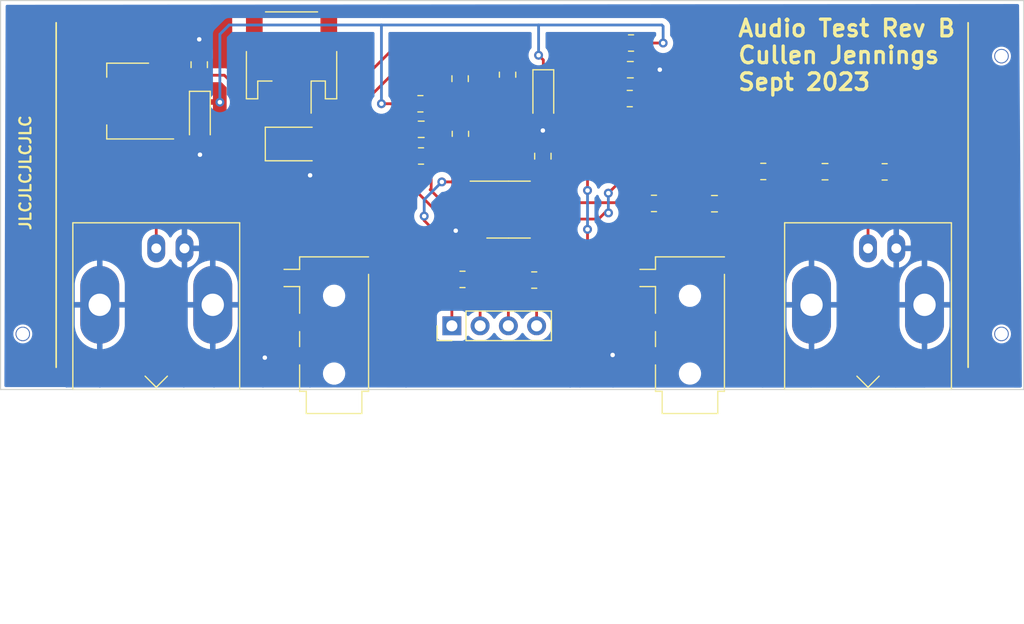
<source format=kicad_pcb>
(kicad_pcb (version 20221018) (generator pcbnew)
  (layers (0 "F.Cu" signal) (31 "B.Cu" signal) (34 "B.Paste" user) (35 "F.Paste" user) (36 "B.SilkS" user "B.Silkscreen") (37 "F.SilkS" user "F.Silkscreen") (38 "B.Mask" user) (39 "F.Mask" user) (44 "Edge.Cuts" user))
  (net 0 "")
  (net 1 "+3.3V")
  (net 2 "/Right")
  (net 3 "/Mic")
  (net 4 "/Left")
  (net 5 "Net-(C6-Pad1)")
  (net 6 "Net-(C7-Pad2)")
  (net 7 "Net-(J8-Pin_2)")
  (net 8 "Net-(C2-Pad1)")
  (net 9 "Net-(U1A-+)")
  (net 10 "Net-(J8-Pin_4)")
  (net 11 "Net-(J6-In)")
  (net 12 "Net-(J7-In)")
  (net 13 "Net-(U1B--)")
  (net 14 "Net-(J8-Pin_1)")
  (net 15 "Net-(J8-Pin_3)")
  (net 16 "GND")
  (net 17 "Net-(J3-Pin_2)")
  (footprint "Package_TO_SOT_SMD:SOT-223-3_TabPin2" (layer "F.Cu") (at 49.458445 124.045592 180)
    (fp_text reference "U2" hide)
    (fp_text value "AMS1117-3.3")
    (fp_line (start -4.1 -3.41) (end 1.91 -3.41) (stroke (width 0.12)) (layer "F.SilkS"))
    (fp_line (start -1.85 3.41) (end 1.91 3.41) (stroke (width 0.12)) (layer "F.SilkS"))
    (fp_line (start 1.91 -3.41) (end 1.91 -2.15) (stroke (width 0.12)) (layer "F.SilkS"))
    (fp_line (start 1.91 3.41) (end 1.91 2.15) (stroke (width 0.12)) (layer "F.SilkS"))
    (pad "1" smd rect (at -3.15 -2.3 180) (size 2 1.5) (layers "F.Cu" "F.Paste" "F.Mask") (net 16 "GND"))
    (pad "2" smd rect (at -3.15 0 180) (size 2 1.5) (layers "F.Cu" "F.Paste" "F.Mask") (net 1 "+3.3V"))
    (pad "2" smd rect (at 3.15 0 180) (size 2 3.8) (layers "F.Cu" "F.Paste" "F.Mask") (net 1 "+3.3V"))
    (pad "3" smd rect (at -3.15 2.3 180) (size 2 1.5) (layers "F.Cu" "F.Paste" "F.Mask") (net 17 "Net-(J3-Pin_2)"))
  )
  (footprint "FootprintLib:MountingHole_JLCPCB_Tool" (layer "F.Cu") (at 128 120)
    (fp_text reference "H1" hide)
    (fp_text value "JLCPCB-Tool-Hole" hide)
    (pad "" np_thru_hole circle (at 0 0) (size 1.3 1.3) (drill 1.128) (layers "F&B.Cu" "*.Mask") (clearance 0.2))
  )
  (footprint "FootprintLib:MountingHole_JLCPCB_Tool" (layer "F.Cu") (at 40 145)
    (fp_text reference "H2" hide)
    (fp_text value "JLCPCB-Tool-Hole" hide)
    (pad "" np_thru_hole circle (at 0 0) (size 1.3 1.3) (drill 1.128) (layers "F&B.Cu" "*.Mask") (clearance 0.2))
  )
  (footprint "Resistor_SMD:R_0805_2012Metric" (layer "F.Cu") (at 79.348243 126.994674 90)
    (fp_text reference "R3" hide)
    (fp_text value "1K")
    (fp_line (start -0.227064 -0.735) (end 0.227064 -0.735) (stroke (width 0.12)) (layer "F.SilkS"))
    (fp_line (start -0.227064 0.735) (end 0.227064 0.735) (stroke (width 0.12)) (layer "F.SilkS"))
    (pad "1" smd roundrect (at -0.9125 0 90) (size 1.025 1.4) (layers "F.Cu" "F.Paste" "F.Mask") (roundrect_rratio 0.243902439) (net 14 "Net-(J8-Pin_1)"))
    (pad "2" smd roundrect (at 0.9125 0 90) (size 1.025 1.4) (layers "F.Cu" "F.Paste" "F.Mask") (roundrect_rratio 0.243902439) (net 8 "Net-(C2-Pad1)"))
  )
  (footprint "Capacitor_SMD:C_0805_2012Metric" (layer "F.Cu") (at 75.823565 126.585927)
    (fp_text reference "C3" hide)
    (fp_text value "0.1uF")
    (fp_line (start -0.261252 -0.735) (end 0.261252 -0.735) (stroke (width 0.12)) (layer "F.SilkS"))
    (fp_line (start -0.261252 0.735) (end 0.261252 0.735) (stroke (width 0.12)) (layer "F.SilkS"))
    (pad "1" smd roundrect (at -0.95 0) (size 1 1.45) (layers "F.Cu" "F.Paste" "F.Mask") (net 16 "GND"))
    (pad "2" smd roundrect (at 0.95 0) (size 1 1.45) (layers "F.Cu" "F.Paste" "F.Mask") (net 9 "Net-(U1A-+)"))
  )
  (footprint "Resistor_SMD:R_0805_2012Metric" (layer "F.Cu") (at 79.537407 140.09276 180)
    (fp_text reference "R4" hide)
    (fp_text value "100k")
    (fp_line (start -0.227064 -0.735) (end 0.227064 -0.735) (stroke (width 0.12)) (layer "F.SilkS"))
    (fp_line (start -0.227064 0.735) (end 0.227064 0.735) (stroke (width 0.12)) (layer "F.SilkS"))
    (pad "1" smd roundrect (at -0.9125 0 180) (size 1.025 1.4) (layers "F.Cu" "F.Paste" "F.Mask") (roundrect_rratio 0.243902439) (net 7 "Net-(J8-Pin_2)"))
    (pad "2" smd roundrect (at 0.9125 0 180) (size 1.025 1.4) (layers "F.Cu" "F.Paste" "F.Mask") (roundrect_rratio 0.243902439) (net 14 "Net-(J8-Pin_1)"))
  )
  (footprint "Resistor_SMD:R_0805_2012Metric" (layer "F.Cu") (at 75.806956 128.987867)
    (fp_text reference "R2" hide)
    (fp_text value "47k")
    (fp_line (start -0.227064 -0.735) (end 0.227064 -0.735) (stroke (width 0.12)) (layer "F.SilkS"))
    (fp_line (start -0.227064 0.735) (end 0.227064 0.735) (stroke (width 0.12)) (layer "F.SilkS"))
    (pad "1" smd roundrect (at -0.9125 0) (size 1.025 1.4) (layers "F.Cu" "F.Paste" "F.Mask") (roundrect_rratio 0.243902439) (net 16 "GND"))
    (pad "2" smd roundrect (at 0.9125 0) (size 1.025 1.4) (layers "F.Cu" "F.Paste" "F.Mask") (roundrect_rratio 0.243902439) (net 9 "Net-(U1A-+)"))
  )
  (footprint "Resistor_SMD:R_0805_2012Metric" (layer "F.Cu") (at 106.581826 130.381657 180)
    (fp_text reference "R7" hide)
    (fp_text value "10K")
    (fp_line (start -0.227064 -0.735) (end 0.227064 -0.735) (stroke (width 0.12)) (layer "F.SilkS"))
    (fp_line (start -0.227064 0.735) (end 0.227064 0.735) (stroke (width 0.12)) (layer "F.SilkS"))
    (pad "1" smd roundrect (at -0.9125 0 180) (size 1.025 1.4) (layers "F.Cu" "F.Paste" "F.Mask") (roundrect_rratio 0.243902439) (net 6 "Net-(C7-Pad2)"))
    (pad "2" smd roundrect (at 0.9125 0 180) (size 1.025 1.4) (layers "F.Cu" "F.Paste" "F.Mask") (roundrect_rratio 0.243902439) (net 15 "Net-(J8-Pin_3)"))
  )
  (footprint "Capacitor_Tantalum_SMD:CP_EIA-3216-18_Kemet-A" (layer "F.Cu") (at 86.803768 123.537867 -90)
    (fp_text reference "C5" hide)
    (fp_text value "10uF")
    (fp_line (start -2.31 -0.935) (end -2.31 0.935) (stroke (width 0.12)) (layer "F.SilkS"))
    (fp_line (start -2.31 0.935) (end 1.6 0.935) (stroke (width 0.12)) (layer "F.SilkS"))
    (fp_line (start 1.6 -0.935) (end -2.31 -0.935) (stroke (width 0.12)) (layer "F.SilkS"))
    (pad "1" smd roundrect (at -1.35 0 270) (size 1.4 1.35) (layers "F.Cu" "F.Paste" "F.Mask") (roundrect_rratio 0.1851851852) (net 1 "+3.3V"))
    (pad "2" smd roundrect (at 1.35 0 270) (size 1.4 1.35) (layers "F.Cu" "F.Paste" "F.Mask") (roundrect_rratio 0.1851851852) (net 16 "GND"))
  )
  (footprint "Capacitor_Tantalum_SMD:CP_EIA-3216-18_Kemet-A" (layer "F.Cu") (at 55.921294 125.477687 -90)
    (fp_text reference "C10" hide)
    (fp_text value "10uF")
    (fp_line (start -2.31 -0.935) (end -2.31 0.935) (stroke (width 0.12)) (layer "F.SilkS"))
    (fp_line (start -2.31 0.935) (end 1.6 0.935) (stroke (width 0.12)) (layer "F.SilkS"))
    (fp_line (start 1.6 -0.935) (end -2.31 -0.935) (stroke (width 0.12)) (layer "F.SilkS"))
    (pad "1" smd roundrect (at -1.35 0 270) (size 1.4 1.35) (layers "F.Cu" "F.Paste" "F.Mask") (roundrect_rratio 0.1851851852) (net 1 "+3.3V"))
    (pad "2" smd roundrect (at 1.35 0 270) (size 1.4 1.35) (layers "F.Cu" "F.Paste" "F.Mask") (roundrect_rratio 0.1851851852) (net 16 "GND"))
  )
  (footprint "Package_SO:SOIC-8_3.9x4.9mm_P1.27mm" (layer "F.Cu") (at 83.67845 133.81172)
    (fp_text reference "U1" hide)
    (fp_text value "AD8397")
    (fp_line (start 0 -2.56) (end -3.45 -2.56) (stroke (width 0.12)) (layer "F.SilkS"))
    (fp_line (start 0 -2.56) (end 1.95 -2.56) (stroke (width 0.12)) (layer "F.SilkS"))
    (fp_line (start 0 2.56) (end -1.95 2.56) (stroke (width 0.12)) (layer "F.SilkS"))
    (fp_line (start 0 2.56) (end 1.95 2.56) (stroke (width 0.12)) (layer "F.SilkS"))
    (pad "1" smd roundrect (at -2.475 -1.905) (size 1.95 0.6) (layers "F.Cu" "F.Paste" "F.Mask") (net 7 "Net-(J8-Pin_2)"))
    (pad "2" smd roundrect (at -2.475 -0.635) (size 1.95 0.6) (layers "F.Cu" "F.Paste" "F.Mask") (net 14 "Net-(J8-Pin_1)"))
    (pad "3" smd roundrect (at -2.475 0.635) (size 1.95 0.6) (layers "F.Cu" "F.Paste" "F.Mask") (net 9 "Net-(U1A-+)"))
    (pad "4" smd roundrect (at -2.475 1.905) (size 1.95 0.6) (layers "F.Cu" "F.Paste" "F.Mask") (net 16 "GND"))
    (pad "5" smd roundrect (at 2.475 1.905) (size 1.95 0.6) (layers "F.Cu" "F.Paste" "F.Mask") (net 15 "Net-(J8-Pin_3)"))
    (pad "6" smd roundrect (at 2.475 0.635) (size 1.95 0.6) (layers "F.Cu" "F.Paste" "F.Mask") (net 13 "Net-(U1B--)"))
    (pad "7" smd roundrect (at 2.475 -0.635) (size 1.95 0.6) (layers "F.Cu" "F.Paste" "F.Mask") (net 13 "Net-(U1B--)"))
    (pad "8" smd roundrect (at 2.475 -1.905) (size 1.95 0.6) (layers "F.Cu" "F.Paste" "F.Mask") (net 1 "+3.3V"))
  )
  (footprint "Capacitor_Tantalum_SMD:CP_EIA-3528-21_Kemet-B" (layer "F.Cu") (at 64.266709 127.909116)
    (fp_text reference "C4" hide)
    (fp_text value "100uF")
    (fp_line (start -2.46 -1.51) (end -2.46 1.51) (stroke (width 0.12)) (layer "F.SilkS"))
    (fp_line (start -2.46 1.51) (end 1.75 1.51) (stroke (width 0.12)) (layer "F.SilkS"))
    (fp_line (start 1.75 -1.51) (end -2.46 -1.51) (stroke (width 0.12)) (layer "F.SilkS"))
    (pad "1" smd roundrect (at -1.5375 0) (size 1.325 2.35) (layers "F.Cu" "F.Paste" "F.Mask") (roundrect_rratio 0.1886792453) (net 17 "Net-(J3-Pin_2)"))
    (pad "2" smd roundrect (at 1.5375 0) (size 1.325 2.35) (layers "F.Cu" "F.Paste" "F.Mask") (roundrect_rratio 0.1886792453) (net 16 "GND"))
  )
  (footprint "Resistor_SMD:R_0805_2012Metric" (layer "F.Cu") (at 117.496617 130.41543)
    (fp_text reference "R6" hide)
    (fp_text value "560R")
    (fp_line (start -0.227064 -0.735) (end 0.227064 -0.735) (stroke (width 0.12)) (layer "F.SilkS"))
    (fp_line (start -0.227064 0.735) (end 0.227064 0.735) (stroke (width 0.12)) (layer "F.SilkS"))
    (pad "1" smd roundrect (at -0.9125 0) (size 1.025 1.4) (layers "F.Cu" "F.Paste" "F.Mask") (roundrect_rratio 0.243902439) (net 12 "Net-(J7-In)"))
    (pad "2" smd roundrect (at 0.9125 0) (size 1.025 1.4) (layers "F.Cu" "F.Paste" "F.Mask") (roundrect_rratio 0.243902439) (net 16 "GND"))
  )
  (footprint "Capacitor_SMD:C_0805_2012Metric" (layer "F.Cu") (at 94.628017 121.221191 180)
    (fp_text reference "C8" hide)
    (fp_text value "0.1uF")
    (fp_line (start -0.261252 -0.735) (end 0.261252 -0.735) (stroke (width 0.12)) (layer "F.SilkS"))
    (fp_line (start -0.261252 0.735) (end 0.261252 0.735) (stroke (width 0.12)) (layer "F.SilkS"))
    (pad "1" smd roundrect (at -0.95 0 180) (size 1 1.45) (layers "F.Cu" "F.Paste" "F.Mask") (net 16 "GND"))
    (pad "2" smd roundrect (at 0.95 0 180) (size 1 1.45) (layers "F.Cu" "F.Paste" "F.Mask") (net 10 "Net-(J8-Pin_4)"))
  )
  (footprint "Resistor_SMD:R_0805_2012Metric" (layer "F.Cu") (at 75.751362 124.287867 180)
    (fp_text reference "R1" hide)
    (fp_text value "47k")
    (fp_line (start -0.227064 -0.735) (end 0.227064 -0.735) (stroke (width 0.12)) (layer "F.SilkS"))
    (fp_line (start -0.227064 0.735) (end 0.227064 0.735) (stroke (width 0.12)) (layer "F.SilkS"))
    (pad "1" smd roundrect (at -0.9125 0 180) (size 1.025 1.4) (layers "F.Cu" "F.Paste" "F.Mask") (roundrect_rratio 0.243902439) (net 9 "Net-(U1A-+)"))
    (pad "2" smd roundrect (at 0.9125 0 180) (size 1.025 1.4) (layers "F.Cu" "F.Paste" "F.Mask") (roundrect_rratio 0.243902439) (net 1 "+3.3V"))
  )
  (footprint "Connector_PinHeader_2.54mm:PinHeader_1x04_P2.54mm_Vertical" (layer "F.Cu") (at 78.580646 144.271207 90)
    (fp_text reference "J8" hide)
    (fp_text value "Conn_01x04_Pin" hide)
    (fp_line (start -1.33 -1.33) (end 0 -1.33) (stroke (width 0.12)) (layer "F.SilkS"))
    (fp_line (start -1.33 0) (end -1.33 -1.33) (stroke (width 0.12)) (layer "F.SilkS"))
    (fp_line (start -1.33 1.27) (end -1.33 8.95) (stroke (width 0.12)) (layer "F.SilkS"))
    (fp_line (start -1.33 1.27) (end 1.33 1.27) (stroke (width 0.12)) (layer "F.SilkS"))
    (fp_line (start -1.33 8.95) (end 1.33 8.95) (stroke (width 0.12)) (layer "F.SilkS"))
    (fp_line (start 1.33 1.27) (end 1.33 8.95) (stroke (width 0.12)) (layer "F.SilkS"))
    (pad "1" thru_hole rect (at 0 0 90) (size 1.7 1.7) (drill 1) (layers "*.Cu" "*.Mask") (net 14 "Net-(J8-Pin_1)"))
    (pad "2" thru_hole oval (at 0 2.54 90) (size 1.7 1.7) (drill 1) (layers "*.Cu" "*.Mask") (net 7 "Net-(J8-Pin_2)"))
    (pad "3" thru_hole oval (at 0 5.08 90) (size 1.7 1.7) (drill 1) (layers "*.Cu" "*.Mask") (net 15 "Net-(J8-Pin_3)"))
    (pad "4" thru_hole oval (at 0 7.62 90) (size 1.7 1.7) (drill 1) (layers "*.Cu" "*.Mask") (net 10 "Net-(J8-Pin_4)"))
  )
  (footprint "Capacitor_SMD:C_0805_2012Metric" (layer "F.Cu") (at 79.322678 122.029115 90)
    (fp_text reference "C2" hide)
    (fp_text value "10uF")
    (fp_line (start -0.261252 -0.735) (end 0.261252 -0.735) (stroke (width 0.12)) (layer "F.SilkS"))
    (fp_line (start -0.261252 0.735) (end 0.261252 0.735) (stroke (width 0.12)) (layer "F.SilkS"))
    (pad "1" smd roundrect (at -0.95 0 90) (size 1 1.45) (layers "F.Cu" "F.Paste" "F.Mask") (net 8 "Net-(C2-Pad1)"))
    (pad "2" smd roundrect (at 0.95 0 90) (size 1 1.45) (layers "F.Cu" "F.Paste" "F.Mask") (net 4 "/Left"))
  )
  (footprint "FootprintLib:Jack_3.5mm_PJ320D_Horizontal-CJ" (layer "F.Cu") (at 68 143 90)
    (fp_text reference "J1" hide)
    (fp_text value "PJ-320D")
    (fp_line (start -9.165 -2.51) (end -9.165 2.49) (stroke (width 0.12)) (layer "F.SilkS"))
    (fp_line (start -7.165 -3.11) (end -7.165 -2.51) (stroke (width 0.12)) (layer "F.SilkS"))
    (fp_line (start -7.165 -3.11) (end -4.79 -3.11) (stroke (width 0.12)) (layer "F.SilkS"))
    (fp_line (start -7.165 -2.51) (end -9.165 -2.51) (stroke (width 0.12)) (layer "F.SilkS"))
    (fp_line (start -7.165 2.49) (end -9.165 2.49) (stroke (width 0.12)) (layer "F.SilkS"))
    (fp_line (start -7.165 2.49) (end -7.165 3.09) (stroke (width 0.12)) (layer "F.SilkS"))
    (fp_line (start -3.14 -3.11) (end -1.79 -3.11) (stroke (width 0.12)) (layer "F.SilkS"))
    (fp_line (start -0.14 -3.11) (end 2.26 -3.11) (stroke (width 0.12)) (layer "F.SilkS"))
    (fp_line (start 2.26 -3.11) (end 2.26 -4.51) (stroke (width 0.12)) (layer "F.SilkS"))
    (fp_line (start 3.36 3.09) (end -7.165 3.09) (stroke (width 0.12)) (layer "F.SilkS"))
    (fp_line (start 3.81 -3.11) (end 3.81 -4.51) (stroke (width 0.12)) (layer "F.SilkS"))
    (fp_line (start 3.81 -3.11) (end 4.935 -3.11) (stroke (width 0.12)) (layer "F.SilkS"))
    (fp_line (start 4.935 3.09) (end 4.935 -3.11) (stroke (width 0.12)) (layer "F.SilkS"))
    (pad "" np_thru_hole circle (at -5.565 -0.01 90) (size 1.5 1.5) (drill 1.5) (layers "*.Cu" "*.Mask"))
    (pad "" np_thru_hole circle (at 1.435 -0.01 90) (size 1.5 1.5) (drill 1.5) (layers "*.Cu" "*.Mask"))
    (pad "R1" smd rect (at -0.965 -3.26 90) (size 1.2 2.5) (layers "F.Cu" "F.Paste" "F.Mask") (net 2 "/Right"))
    (pad "R2" smd rect (at -3.965 -3.26 90) (size 1.2 2.5) (layers "F.Cu" "F.Paste" "F.Mask") (net 16 "GND"))
    (pad "S" smd rect (at 4.135 3.24 90) (size 1.2 2.5) (layers "F.Cu" "F.Paste" "F.Mask") (net 3 "/Mic"))
    (pad "T" smd rect (at 3.035 -3.26 90) (size 1.2 2.5) (layers "F.Cu" "F.Paste" "F.Mask") (net 4 "/Left"))
  )
  (footprint "Resistor_SMD:R_0805_2012Metric" (layer "F.Cu") (at 83.589361 121.671928 -90)
    (fp_text reference "R5" hide)
    (fp_text value "560R")
    (fp_line (start -0.227064 -0.735) (end 0.227064 -0.735) (stroke (width 0.12)) (layer "F.SilkS"))
    (fp_line (start -0.227064 0.735) (end 0.227064 0.735) (stroke (width 0.12)) (layer "F.SilkS"))
    (pad "1" smd roundrect (at -0.9125 0 270) (size 1.025 1.4) (layers "F.Cu" "F.Paste" "F.Mask") (roundrect_rratio 0.243902439) (net 11 "Net-(J6-In)"))
    (pad "2" smd roundrect (at 0.9125 0 270) (size 1.025 1.4) (layers "F.Cu" "F.Paste" "F.Mask") (roundrect_rratio 0.243902439) (net 7 "Net-(J8-Pin_2)"))
  )
  (footprint "FootprintLib:BNC_Amphenol_B6252HB-NPP3G-50_Horizontal-CJ" (layer "F.Cu") (at 52 139.8 180)
    (fp_text reference "J6" hide)
    (fp_text value "KH-BNC50-3511")
    (fp_line (start -7.5 -10.2) (end 7.5 -10.2) (stroke (width 0.12)) (layer "F.SilkS"))
    (fp_line (start -7.5 4.8) (end -7.5 -10.2) (stroke (width 0.12)) (layer "F.SilkS"))
    (fp_line (start 0 -10) (end -1 -9) (stroke (width 0.12)) (layer "F.SilkS"))
    (fp_line (start 0 -10) (end 1 -9) (stroke (width 0.12)) (layer "F.SilkS"))
    (fp_line (start 7.5 -10.2) (end 7.5 4.8) (stroke (width 0.12)) (layer "F.SilkS"))
    (fp_line (start 7.5 4.8) (end -7.5 4.8) (stroke (width 0.12)) (layer "F.SilkS"))
    (pad "1" thru_hole oval (at 0 2.5 180) (size 1.6 2.5) (drill 0.89) (layers "*.Cu" "*.Mask") (net 11 "Net-(J6-In)"))
    (pad "2" thru_hole oval (at -5.08 -2.58 180) (size 3.5 7) (drill 2.01) (layers "*.Cu" "*.Mask") (net 16 "GND"))
    (pad "2" thru_hole oval (at -2.54 2.5 180) (size 1.6 2.5) (drill 0.89) (layers "*.Cu" "*.Mask") (net 16 "GND"))
    (pad "2" thru_hole oval (at 5.08 -2.58 180) (size 3.5 7) (drill 2.01) (layers "*.Cu" "*.Mask") (net 16 "GND"))
  )
  (footprint "Resistor_SMD:R_0805_2012Metric" (layer "F.Cu") (at 94.690517 118.821191)
    (fp_text reference "R8" hide)
    (fp_text value "47k")
    (fp_line (start -0.227064 -0.735) (end 0.227064 -0.735) (stroke (width 0.12)) (layer "F.SilkS"))
    (fp_line (start -0.227064 0.735) (end 0.227064 0.735) (stroke (width 0.12)) (layer "F.SilkS"))
    (pad "1" smd roundrect (at -0.9125 0) (size 1.025 1.4) (layers "F.Cu" "F.Paste" "F.Mask") (roundrect_rratio 0.243902439) (net 10 "Net-(J8-Pin_4)"))
    (pad "2" smd roundrect (at 0.9125 0) (size 1.025 1.4) (layers "F.Cu" "F.Paste" "F.Mask") (roundrect_rratio 0.243902439) (net 1 "+3.3V"))
  )
  (footprint "FootprintLib:Jack_3.5mm_PJ320D_Horizontal-CJ" (layer "F.Cu") (at 100 143 90)
    (fp_text reference "J2" hide)
    (fp_text value "PJ-320D")
    (fp_line (start -9.165 -2.51) (end -9.165 2.49) (stroke (width 0.12)) (layer "F.SilkS"))
    (fp_line (start -7.165 -3.11) (end -7.165 -2.51) (stroke (width 0.12)) (layer "F.SilkS"))
    (fp_line (start -7.165 -3.11) (end -4.79 -3.11) (stroke (width 0.12)) (layer "F.SilkS"))
    (fp_line (start -7.165 -2.51) (end -9.165 -2.51) (stroke (width 0.12)) (layer "F.SilkS"))
    (fp_line (start -7.165 2.49) (end -9.165 2.49) (stroke (width 0.12)) (layer "F.SilkS"))
    (fp_line (start -7.165 2.49) (end -7.165 3.09) (stroke (width 0.12)) (layer "F.SilkS"))
    (fp_line (start -3.14 -3.11) (end -1.79 -3.11) (stroke (width 0.12)) (layer "F.SilkS"))
    (fp_line (start -0.14 -3.11) (end 2.26 -3.11) (stroke (width 0.12)) (layer "F.SilkS"))
    (fp_line (start 2.26 -3.11) (end 2.26 -4.51) (stroke (width 0.12)) (layer "F.SilkS"))
    (fp_line (start 3.36 3.09) (end -7.165 3.09) (stroke (width 0.12)) (layer "F.SilkS"))
    (fp_line (start 3.81 -3.11) (end 3.81 -4.51) (stroke (width 0.12)) (layer "F.SilkS"))
    (fp_line (start 3.81 -3.11) (end 4.935 -3.11) (stroke (width 0.12)) (layer "F.SilkS"))
    (fp_line (start 4.935 3.09) (end 4.935 -3.11) (stroke (width 0.12)) (layer "F.SilkS"))
    (pad "" np_thru_hole circle (at -5.565 -0.01 90) (size 1.5 1.5) (drill 1.5) (layers "*.Cu" "*.Mask"))
    (pad "" np_thru_hole circle (at 1.435 -0.01 90) (size 1.5 1.5) (drill 1.5) (layers "*.Cu" "*.Mask"))
    (pad "R1" smd rect (at -0.965 -3.26 90) (size 1.2 2.5) (layers "F.Cu" "F.Paste" "F.Mask") (net 2 "/Right"))
    (pad "R2" smd rect (at -3.965 -3.26 90) (size 1.2 2.5) (layers "F.Cu" "F.Paste" "F.Mask") (net 16 "GND"))
    (pad "S" smd rect (at 4.135 3.24 90) (size 1.2 2.5) (layers "F.Cu" "F.Paste" "F.Mask") (net 3 "/Mic"))
    (pad "T" smd rect (at 3.035 -3.26 90) (size 1.2 2.5) (layers "F.Cu" "F.Paste" "F.Mask") (net 4 "/Left"))
  )
  (footprint "Capacitor_SMD:C_0805_2012Metric" (layer "F.Cu") (at 102.192822 133.279952)
    (fp_text reference "C6" hide)
    (fp_text value "10uF")
    (fp_line (start -0.261252 -0.735) (end 0.261252 -0.735) (stroke (width 0.12)) (layer "F.SilkS"))
    (fp_line (start -0.261252 0.735) (end 0.261252 0.735) (stroke (width 0.12)) (layer "F.SilkS"))
    (pad "1" smd roundrect (at -0.95 0) (size 1 1.45) (layers "F.Cu" "F.Paste" "F.Mask") (net 5 "Net-(C6-Pad1)"))
    (pad "2" smd roundrect (at 0.95 0) (size 1 1.45) (layers "F.Cu" "F.Paste" "F.Mask") (net 3 "/Mic"))
  )
  (footprint "Resistor_SMD:R_0805_2012Metric" (layer "F.Cu") (at 85.984721 140.151918)
    (fp_text reference "R12" hide)
    (fp_text value "10R")
    (fp_line (start -0.227064 -0.735) (end 0.227064 -0.735) (stroke (width 0.12)) (layer "F.SilkS"))
    (fp_line (start -0.227064 0.735) (end 0.227064 0.735) (stroke (width 0.12)) (layer "F.SilkS"))
    (pad "1" smd roundrect (at -0.9125 0) (size 1.025 1.4) (layers "F.Cu" "F.Paste" "F.Mask") (roundrect_rratio 0.243902439) (net 15 "Net-(J8-Pin_3)"))
    (pad "2" smd roundrect (at 0.9125 0) (size 1.025 1.4) (layers "F.Cu" "F.Paste" "F.Mask") (roundrect_rratio 0.243902439) (net 10 "Net-(J8-Pin_4)"))
  )
  (footprint "Capacitor_SMD:C_0805_2012Metric" (layer "F.Cu") (at 86.762177 129.004777 -90)
    (fp_text reference "C1" hide)
    (fp_text value "0.1uF")
    (fp_line (start -0.261252 -0.735) (end 0.261252 -0.735) (stroke (width 0.12)) (layer "F.SilkS"))
    (fp_line (start -0.261252 0.735) (end 0.261252 0.735) (stroke (width 0.12)) (layer "F.SilkS"))
    (pad "1" smd roundrect (at -0.95 0 270) (size 1 1.45) (layers "F.Cu" "F.Paste" "F.Mask") (net 16 "GND"))
    (pad "2" smd roundrect (at 0.95 0 270) (size 1 1.45) (layers "F.Cu" "F.Paste" "F.Mask") (net 1 "+3.3V"))
  )
  (footprint "Resistor_SMD:R_0805_2012Metric" (layer "F.Cu") (at 94.578017 123.821191 180)
    (fp_text reference "R11" hide)
    (fp_text value "47k")
    (fp_line (start -0.227064 -0.735) (end 0.227064 -0.735) (stroke (width 0.12)) (layer "F.SilkS"))
    (fp_line (start -0.227064 0.735) (end 0.227064 0.735) (stroke (width 0.12)) (layer "F.SilkS"))
    (pad "1" smd roundrect (at -0.9125 0 180) (size 1.025 1.4) (layers "F.Cu" "F.Paste" "F.Mask") (roundrect_rratio 0.243902439) (net 16 "GND"))
    (pad "2" smd roundrect (at 0.9125 0 180) (size 1.025 1.4) (layers "F.Cu" "F.Paste" "F.Mask") (roundrect_rratio 0.243902439) (net 10 "Net-(J8-Pin_4)"))
  )
  (footprint "Capacitor_SMD:C_0805_2012Metric" (layer "F.Cu") (at 55.864412 120.771066 -90)
    (fp_text reference "C9" hide)
    (fp_text value "0.1uF")
    (fp_line (start -0.261252 -0.735) (end 0.261252 -0.735) (stroke (width 0.12)) (layer "F.SilkS"))
    (fp_line (start -0.261252 0.735) (end 0.261252 0.735) (stroke (width 0.12)) (layer "F.SilkS"))
    (pad "1" smd roundrect (at -0.95 0 270) (size 1 1.45) (layers "F.Cu" "F.Paste" "F.Mask") (net 16 "GND"))
    (pad "2" smd roundrect (at 0.95 0 270) (size 1 1.45) (layers "F.Cu" "F.Paste" "F.Mask") (net 17 "Net-(J3-Pin_2)"))
  )
  (footprint "Resistor_SMD:R_0805_2012Metric" (layer "F.Cu") (at 96.753511 133.257116 180)
    (fp_text reference "R9" hide)
    (fp_text value "560R")
    (fp_line (start -0.227064 -0.735) (end 0.227064 -0.735) (stroke (width 0.12)) (layer "F.SilkS"))
    (fp_line (start -0.227064 0.735) (end 0.227064 0.735) (stroke (width 0.12)) (layer "F.SilkS"))
    (pad "1" smd roundrect (at -0.9125 0 180) (size 1.025 1.4) (layers "F.Cu" "F.Paste" "F.Mask") (roundrect_rratio 0.243902439) (net 5 "Net-(C6-Pad1)"))
    (pad "2" smd roundrect (at 0.9125 0 180) (size 1.025 1.4) (layers "F.Cu" "F.Paste" "F.Mask") (roundrect_rratio 0.243902439) (net 13 "Net-(U1B--)"))
  )
  (footprint "Capacitor_SMD:C_0805_2012Metric" (layer "F.Cu") (at 112.134205 130.400032 180)
    (fp_text reference "C7" hide)
    (fp_text value "10uF")
    (fp_line (start -0.261252 -0.735) (end 0.261252 -0.735) (stroke (width 0.12)) (layer "F.SilkS"))
    (fp_line (start -0.261252 0.735) (end 0.261252 0.735) (stroke (width 0.12)) (layer "F.SilkS"))
    (pad "1" smd roundrect (at -0.95 0 180) (size 1 1.45) (layers "F.Cu" "F.Paste" "F.Mask") (net 12 "Net-(J7-In)"))
    (pad "2" smd roundrect (at 0.95 0 180) (size 1 1.45) (layers "F.Cu" "F.Paste" "F.Mask") (net 6 "Net-(C7-Pad2)"))
  )
  (footprint "Connector_JST:JST_PH_S2B-PH-SM4-TB_1x02-1MP_P2.00mm_Horizontal" (layer "F.Cu") (at 64.165806 120.531338 180)
    (fp_text reference "J3" hide)
    (fp_text value "JST_PH_1x02")
    (fp_line (start -4.06 -3.31) (end -3.04 -3.31) (stroke (width 0.12)) (layer "F.SilkS"))
    (fp_line (start -4.06 0.94) (end -4.06 -3.31) (stroke (width 0.12)) (layer "F.SilkS"))
    (fp_line (start -3.04 -3.31) (end -3.04 -1.71) (stroke (width 0.12)) (layer "F.SilkS"))
    (fp_line (start -3.04 -1.71) (end -1.76 -1.71) (stroke (width 0.12)) (layer "F.SilkS"))
    (fp_line (start -2.34 4.51) (end 2.34 4.51) (stroke (width 0.12)) (layer "F.SilkS"))
    (fp_line (start -1.76 -1.71) (end -1.76 -4.6) (stroke (width 0.12)) (layer "F.SilkS"))
    (fp_line (start 3.04 -3.31) (end 3.04 -1.71) (stroke (width 0.12)) (layer "F.SilkS"))
    (fp_line (start 3.04 -1.71) (end 1.76 -1.71) (stroke (width 0.12)) (layer "F.SilkS"))
    (fp_line (start 4.06 -3.31) (end 3.04 -3.31) (stroke (width 0.12)) (layer "F.SilkS"))
    (fp_line (start 4.06 0.94) (end 4.06 -3.31) (stroke (width 0.12)) (layer "F.SilkS"))
    (pad "1" smd roundrect (at -1 -2.85 180) (size 1 3.5) (layers "F.Cu" "F.Paste" "F.Mask") (net 16 "GND"))
    (pad "2" smd roundrect (at 1 -2.85 180) (size 1 3.5) (layers "F.Cu" "F.Paste" "F.Mask") (net 17 "Net-(J3-Pin_2)"))
    (pad "MP" smd roundrect (at -3.35 2.9 180) (size 1.5 3.4) (layers "F.Cu" "F.Paste" "F.Mask") (roundrect_rratio 0.1666673333))
    (pad "MP" smd roundrect (at 3.35 2.9 180) (size 1.5 3.4) (layers "F.Cu" "F.Paste" "F.Mask") (roundrect_rratio 0.1666673333))
  )
  (footprint "FootprintLib:BNC_Amphenol_B6252HB-NPP3G-50_Horizontal-CJ" (layer "F.Cu") (at 116 139.8 180)
    (fp_text reference "J7" hide)
    (fp_text value "KH-BNC50-3511")
    (fp_line (start -7.5 -10.2) (end 7.5 -10.2) (stroke (width 0.12)) (layer "F.SilkS"))
    (fp_line (start -7.5 4.8) (end -7.5 -10.2) (stroke (width 0.12)) (layer "F.SilkS"))
    (fp_line (start 0 -10) (end -1 -9) (stroke (width 0.12)) (layer "F.SilkS"))
    (fp_line (start 0 -10) (end 1 -9) (stroke (width 0.12)) (layer "F.SilkS"))
    (fp_line (start 7.5 -10.2) (end 7.5 4.8) (stroke (width 0.12)) (layer "F.SilkS"))
    (fp_line (start 7.5 4.8) (end -7.5 4.8) (stroke (width 0.12)) (layer "F.SilkS"))
    (pad "1" thru_hole oval (at 0 2.5 180) (size 1.6 2.5) (drill 0.89) (layers "*.Cu" "*.Mask") (net 12 "Net-(J7-In)"))
    (pad "2" thru_hole oval (at -5.08 -2.58 180) (size 3.5 7) (drill 2.01) (layers "*.Cu" "*.Mask") (net 16 "GND"))
    (pad "2" thru_hole oval (at -2.54 2.5 180) (size 1.6 2.5) (drill 0.89) (layers "*.Cu" "*.Mask") (net 16 "GND"))
    (pad "2" thru_hole oval (at 5.08 -2.58 180) (size 3.5 7) (drill 2.01) (layers "*.Cu" "*.Mask") (net 16 "GND"))
  )
  (footprint "FootprintLib:MountingHole_JLCPCB_Tool" (layer "F.Cu") (at 128 145)
    (fp_text reference "H3" hide)
    (fp_text value "JLCPCB-Tool-Hole" hide)
    (pad "" np_thru_hole circle (at 0 0) (size 1.3 1.3) (drill 1.128) (layers "F&B.Cu" "*.Mask") (clearance 0.2))
  )
  (gr_line (start 43 148) (end 43 117) (stroke (width 0.15)) (layer "F.SilkS"))
  (gr_line (start 125 148) (end 125 117) (stroke (width 0.15)) (layer "F.SilkS"))
  (gr_line (start 38 150) (end 130 150) (stroke (width 0.1)) (layer "Edge.Cuts"))
  (gr_line (start 130 115) (end 38 115) (stroke (width 0.1)) (layer "Edge.Cuts"))
  (gr_line (start 38 115) (end 38 150) (stroke (width 0.1)) (layer "Edge.Cuts"))
  (gr_line (start 130 115) (end 130 150) (stroke (width 0.1)) (layer "Edge.Cuts"))
  (gr_text "Audio Test Rev B\nCullen Jennings \nSept 2023 " (at 104.170436 123.203931) (layer "F.SilkS") (effects (font (size 1.5 1.5) (thickness 0.3) bold) (justify left bottom)))
  (gr_text "JLCJLCJLCJLC" (at 40.819181 135.771595 90) (layer "F.SilkS") (effects (font (size 1 1) (thickness 0.2) bold) (justify left bottom)))
  (segment (start 46.308445 124.045592) (end 52.608445 124.045592) (width 0.25) (layer "F.Cu") (net 1))
  (segment (start 86.803768 122.187867) (end 86.803768 120.346942) (width 0.25) (layer "F.Cu") (net 1))
  (segment (start 95.603017 118.821191) (end 97.578017 118.821191) (width 0.25) (layer "F.Cu") (net 1))
  (segment (start 86.75172 129.790234) (end 86.762177 129.779777) (width 0.25) (layer "F.Cu") (net 1))
  (segment (start 85.314345 129.789435) (end 85.314345 122.187867) (width 0.25) (layer "F.Cu") (net 1))
  (segment (start 57.701557 124.127687) (end 57.720699 124.146829) (width 0.25) (layer "F.Cu") (net 1))
  (segment (start 86.15345 131.90672) (end 86.189823 131.870347) (width 0.25) (layer "F.Cu") (net 1))
  (segment (start 74.838862 124.287867) (end 73.111341 124.287867) (width 0.25) (layer "F.Cu") (net 1))
  (segment (start 72.248457 124.283975) (end 73.107449 124.283975) (width 0.25) (layer "F.Cu") (net 1))
  (segment (start 85.324003 129.779777) (end 85.314345 129.789435) (width 0.25) (layer "F.Cu") (net 1))
  (segment (start 86.762177 129.779777) (end 85.324003 129.779777) (width 0.25) (layer "F.Cu") (net 1))
  (segment (start 86.75172 130.844999) (end 86.75172 129.790234) (width 0.25) (layer "F.Cu") (net 1))
  (segment (start 86.189823 131.870347) (end 86.189823 131.11626) (width 0.25) (layer "F.Cu") (net 1))
  (segment (start 55.839199 124.045592) (end 55.921294 124.127687) (width 0.25) (layer "F.Cu") (net 1))
  (segment (start 86.803768 120.346942) (end 86.378017 119.921191) (width 0.25) (layer "F.Cu") (net 1))
  (segment (start 55.921294 124.127687) (end 57.701557 124.127687) (width 0.25) (layer "F.Cu") (net 1))
  (segment (start 86.189823 131.11626) (end 86.461084 130.844999) (width 0.25) (layer "F.Cu") (net 1))
  (segment (start 86.461084 130.844999) (end 86.75172 130.844999) (width 0.25) (layer "F.Cu") (net 1))
  (segment (start 86.803768 122.187867) (end 85.314345 122.187867) (width 0.25) (layer "F.Cu") (net 1))
  (segment (start 52.608445 124.045592) (end 55.839199 124.045592) (width 0.25) (layer "F.Cu") (net 1))
  (segment (start 73.107449 124.283975) (end 73.111341 124.287867) (width 0.25) (layer "F.Cu") (net 1))
  (via (at 57.720699 124.146829) (size 0.8) (drill 0.4) (layers "F.Cu" "B.Cu") (net 1))
  (via (at 72.248457 124.283975) (size 0.8) (drill 0.4) (layers "F.Cu" "B.Cu") (net 1))
  (via (at 86.378017 119.921191) (size 0.8) (drill 0.4) (layers "F.Cu" "B.Cu") (net 1))
  (via (at 97.578017 118.821191) (size 0.8) (drill 0.4) (layers "F.Cu" "B.Cu") (net 1))
  (segment (start 72.248457 124.283975) (end 72.248457 117.199961) (width 0.25) (layer "B.Cu") (net 1))
  (segment (start 58.553656 117.199563) (end 72.248059 117.199563) (width 0.25) (layer "B.Cu") (net 1))
  (segment (start 72.248457 117.199961) (end 72.248059 117.199563) (width 0.25) (layer "B.Cu") (net 1))
  (segment (start 86.378017 119.921191) (end 86.378017 117.203573) (width 0.25) (layer "B.Cu") (net 1))
  (segment (start 86.382027 117.199563) (end 72.248059 117.199563) (width 0.25) (layer "B.Cu") (net 1))
  (segment (start 57.720699 124.146829) (end 57.720699 118.03252) (width 0.25) (layer "B.Cu") (net 1))
  (segment (start 97.578017 117.322052) (end 97.455528 117.199563) (width 0.25) (layer "B.Cu") (net 1))
  (segment (start 97.578017 118.821191) (end 97.578017 117.322052) (width 0.25) (layer "B.Cu") (net 1))
  (segment (start 86.378017 117.203573) (end 86.382027 117.199563) (width 0.25) (layer "B.Cu") (net 1))
  (segment (start 57.720699 118.03252) (end 58.553656 117.199563) (width 0.25) (layer "B.Cu") (net 1))
  (segment (start 97.455528 117.199563) (end 86.382027 117.199563) (width 0.25) (layer "B.Cu") (net 1))
  (segment (start 94.588191 143.965) (end 89.657571 148.89562) (width 0.25) (layer "F.Cu") (net 2))
  (segment (start 96.74 143.965) (end 94.588191 143.965) (width 0.25) (layer "F.Cu") (net 2))
  (segment (start 71.352908 143.965) (end 64.74 143.965) (width 0.25) (layer "F.Cu") (net 2))
  (segment (start 76.283528 148.89562) (end 71.352908 143.965) (width 0.25) (layer "F.Cu") (net 2))
  (segment (start 89.657571 148.89562) (end 76.283528 148.89562) (width 0.25) (layer "F.Cu") (net 2))
  (segment (start 89.248544 146.903202) (end 92.684549 143.467197) (width 0.25) (layer "F.Cu") (net 3))
  (segment (start 95.259562 136.586571) (end 103.227281 136.586571) (width 0.25) (layer "F.Cu") (net 3))
  (segment (start 92.684549 143.467197) (end 92.684549 139.161584) (width 0.25) (layer "F.Cu") (net 3))
  (segment (start 103.24 138.865) (end 103.24 136.573852) (width 0.25) (layer "F.Cu") (net 3))
  (segment (start 92.684549 139.161584) (end 95.259562 136.586571) (width 0.25) (layer "F.Cu") (net 3))
  (segment (start 103.24 133.37713) (end 103.142822 133.279952) (width 0.25) (layer "F.Cu") (net 3))
  (segment (start 71.24 141.554877) (end 76.588325 146.903202) (width 0.25) (layer "F.Cu") (net 3))
  (segment (start 103.227281 136.586571) (end 103.24 136.573852) (width 0.25) (layer "F.Cu") (net 3))
  (segment (start 71.24 138.865) (end 71.24 141.554877) (width 0.25) (layer "F.Cu") (net 3))
  (segment (start 76.588325 146.903202) (end 89.248544 146.903202) (width 0.25) (layer "F.Cu") (net 3))
  (segment (start 103.24 136.573852) (end 103.24 133.37713) (width 0.25) (layer "F.Cu") (net 3))
  (segment (start 64.74 136.022356) (end 64.750302 136.012054) (width 0.25) (layer "F.Cu") (net 4))
  (segment (start 89.313511 147.987863) (end 94.144019 143.157355) (width 0.25) (layer "F.Cu") (net 4))
  (segment (start 94.144019 143.157355) (end 94.144019 139.977276) (width 0.25) (layer "F.Cu") (net 4))
  (segment (start 70.970523 123.879127) (end 70.970523 129.791833) (width 0.25) (layer "F.Cu") (net 4))
  (segment (start 64.74 139.965) (end 68.592203 139.965) (width 0.25) (layer "F.Cu") (net 4))
  (segment (start 68.592203 139.965) (end 76.615066 147.987863) (width 0.25) (layer "F.Cu") (net 4))
  (segment (start 94.156295 139.965) (end 96.74 139.965) (width 0.25) (layer "F.Cu") (net 4))
  (segment (start 64.74 139.965) (end 64.74 136.022356) (width 0.25) (layer "F.Cu") (net 4))
  (segment (start 79.322678 121.079115) (end 73.770535 121.079115) (width 0.25) (layer "F.Cu") (net 4))
  (segment (start 94.144019 139.977276) (end 94.156295 139.965) (width 0.25) (layer "F.Cu") (net 4))
  (segment (start 73.770535 121.079115) (end 70.970523 123.879127) (width 0.25) (layer "F.Cu") (net 4))
  (segment (start 70.970523 129.791833) (end 64.750302 136.012054) (width 0.25) (layer "F.Cu") (net 4))
  (segment (start 76.615066 147.987863) (end 89.313511 147.987863) (width 0.25) (layer "F.Cu") (net 4))
  (segment (start 101.219986 133.257116) (end 101.242822 133.279952) (width 0.25) (layer "F.Cu") (net 5))
  (segment (start 97.666011 133.257116) (end 101.219986 133.257116) (width 0.25) (layer "F.Cu") (net 5))
  (segment (start 111.16583 130.381657) (end 111.184205 130.400032) (width 0.25) (layer "F.Cu") (net 6))
  (segment (start 107.494326 130.381657) (end 111.16583 130.381657) (width 0.25) (layer "F.Cu") (net 6))
  (segment (start 82.19434 137.804868) (end 81.205728 137.804868) (width 0.25) (layer "F.Cu") (net 7))
  (segment (start 81.120646 142.437777) (end 81.120646 144.271207) (width 0.25) (layer "F.Cu") (net 7))
  (segment (start 80.449907 140.09276) (end 80.449907 138.560689) (width 0.25) (layer "F.Cu") (net 7))
  (segment (start 83.078017 136.921191) (end 82.19434 137.804868) (width 0.25) (layer "F.Cu") (net 7))
  (segment (start 81.299218 128.946191) (end 84.320424 128.946191) (width 0.25) (layer "F.Cu") (net 7))
  (segment (start 80.449907 141.767038) (end 81.120646 142.437777) (width 0.25) (layer "F.Cu") (net 7))
  (segment (start 80.449907 140.09276) (end 80.449907 141.767038) (width 0.25) (layer "F.Cu") (net 7))
  (segment (start 84.320424 128.946191) (end 84.320913 128.94668) (width 0.25) (layer "F.Cu") (net 7))
  (segment (start 83.078017 136.921191) (end 83.078017 131.921191) (width 0.25) (layer "F.Cu") (net 7))
  (segment (start 84.320913 128.94668) (end 84.320913 125.253976) (width 0.25) (layer "F.Cu") (net 7))
  (segment (start 81.20345 131.90672) (end 81.20345 129.041959) (width 0.25) (layer "F.Cu") (net 7))
  (segment (start 81.217921 131.921191) (end 81.20345 131.90672) (width 0.25) (layer "F.Cu") (net 7))
  (segment (start 83.078017 131.921191) (end 81.217921 131.921191) (width 0.25) (layer "F.Cu") (net 7))
  (segment (start 80.449907 138.560689) (end 81.205728 137.804868) (width 0.25) (layer "F.Cu") (net 7))
  (segment (start 83.589361 122.584428) (end 83.585922 122.587867) (width 0.25) (layer "F.Cu") (net 7))
  (segment (start 84.320913 125.253976) (end 83.558926 124.491989) (width 0.25) (layer "F.Cu") (net 7))
  (segment (start 83.558926 122.614863) (end 83.589361 122.584428) (width 0.25) (layer "F.Cu") (net 7))
  (segment (start 83.558926 124.491989) (end 83.558926 122.614863) (width 0.25) (layer "F.Cu") (net 7))
  (segment (start 81.20345 129.041959) (end 81.299218 128.946191) (width 0.25) (layer "F.Cu") (net 7))
  (segment (start 79.348243 126.082174) (end 79.348243 123.52968) (width 0.25) (layer "F.Cu") (net 8))
  (segment (start 79.348243 123.52968) (end 79.322678 123.504115) (width 0.25) (layer "F.Cu") (net 8))
  (segment (start 76.773565 124.39757) (end 76.663862 124.287867) (width 0.25) (layer "F.Cu") (net 9))
  (segment (start 76.773565 126.585927) (end 76.773565 124.39757) (width 0.25) (layer "F.Cu") (net 9))
  (segment (start 81.13279 134.51738) (end 81.20345 134.44672) (width 0.25) (layer "F.Cu") (net 9))
  (segment (start 79.131352 134.51738) (end 81.13279 134.51738) (width 0.25) (layer "F.Cu") (net 9))
  (segment (start 76.719456 131.930484) (end 76.631956 132.017984) (width 0.25) (layer "F.Cu") (net 9))
  (segment (start 76.719456 128.987867) (end 76.719456 126.640036) (width 0.25) (layer "F.Cu") (net 9))
  (segment (start 76.719456 128.987867) (end 76.719456 131.930484) (width 0.25) (layer "F.Cu") (net 9))
  (segment (start 76.631956 132.017984) (end 79.131352 134.51738) (width 0.25) (layer "F.Cu") (net 9))
  (segment (start 90.778017 137.321191) (end 87.94729 140.151918) (width 0.25) (layer "F.Cu") (net 10))
  (segment (start 86.897221 140.151918) (end 86.897221 141.524238) (width 0.25) (layer "F.Cu") (net 10))
  (segment (start 91.913043 123.821191) (end 90.778017 124.956217) (width 0.25) (layer "F.Cu") (net 10))
  (segment (start 90.778017 135.590512) (end 90.778017 137.321191) (width 0.25) (layer "F.Cu") (net 10))
  (segment (start 93.665517 123.821191) (end 93.665517 121.233691) (width 0.25) (layer "F.Cu") (net 10))
  (segment (start 93.665517 123.821191) (end 91.913043 123.821191) (width 0.25) (layer "F.Cu") (net 10))
  (segment (start 93.678017 118.921191) (end 93.778017 118.821191) (width 0.25) (layer "F.Cu") (net 10))
  (segment (start 87.94729 140.151918) (end 86.897221 140.151918) (width 0.25) (layer "F.Cu") (net 10))
  (segment (start 93.665517 121.233691) (end 93.678017 121.221191) (width 0.25) (layer "F.Cu") (net 10))
  (segment (start 86.897221 141.524238) (end 86.114825 142.306634) (width 0.25) (layer "F.Cu") (net 10))
  (segment (start 86.114825 142.306634) (end 86.200646 142.392455) (width 0.25) (layer "F.Cu") (net 10))
  (segment (start 93.678017 121.221191) (end 93.678017 118.921191) (width 0.25) (layer "F.Cu") (net 10))
  (segment (start 86.200646 142.392455) (end 86.200646 144.271207) (width 0.25) (layer "F.Cu") (net 10))
  (segment (start 90.778017 124.956217) (end 90.778017 132.086322) (width 0.25) (layer "F.Cu") (net 10))
  (via (at 90.778017 132.086322) (size 0.8) (drill 0.4) (layers "F.Cu" "B.Cu") (net 10))
  (via (at 90.778017 135.590512) (size 0.8) (drill 0.4) (layers "F.Cu" "B.Cu") (net 10))
  (segment (start 90.778017 135.590512) (end 90.778017 132.086322) (width 0.25) (layer "B.Cu") (net 10))
  (segment (start 52 134.884443) (end 54.077299 132.807144) (width 0.25) (layer "F.Cu") (net 11))
  (segment (start 69.85584 122.784995) (end 72.953798 119.687037) (width 0.25) (layer "F.Cu") (net 11))
  (segment (start 80.954744 119.687037) (end 82.028395 120.760688) (width 0.25) (layer "F.Cu") (net 11))
  (segment (start 69.85584 129.029546) (end 69.85584 122.784995) (width 0.25) (layer "F.Cu") (net 11))
  (segment (start 66.078242 132.807144) (end 69.85584 129.029546) (width 0.25) (layer "F.Cu") (net 11))
  (segment (start 82.029655 120.759428) (end 83.589361 120.759428) (width 0.25) (layer "F.Cu") (net 11))
  (segment (start 72.953798 119.687037) (end 80.954744 119.687037) (width 0.25) (layer "F.Cu") (net 11))
  (segment (start 82.028395 120.760688) (end 82.029655 120.759428) (width 0.25) (layer "F.Cu") (net 11))
  (segment (start 54.077299 132.807144) (end 66.078242 132.807144) (width 0.25) (layer "F.Cu") (net 11))
  (segment (start 52 137.3) (end 52 134.884443) (width 0.25) (layer "F.Cu") (net 11))
  (segment (start 116.568719 130.400032) (end 116.584117 130.41543) (width 0.25) (layer "F.Cu") (net 12))
  (segment (start 113.084205 130.400032) (end 116.568719 130.400032) (width 0.25) (layer "F.Cu") (net 12))
  (segment (start 116 134.350365) (end 116.584117 133.766248) (width 0.25) (layer "F.Cu") (net 12))
  (segment (start 116 137.3) (end 116 134.350365) (width 0.25) (layer "F.Cu") (net 12))
  (segment (start 116.584117 133.766248) (end 116.584117 130.41543) (width 0.25) (layer "F.Cu") (net 12))
  (segment (start 95.841011 133.257116) (end 95.771762 133.187867) (width 0.25) (layer "F.Cu") (net 13))
  (segment (start 86.164597 133.187867) (end 86.15345 133.17672) (width 0.25) (layer "F.Cu") (net 13))
  (segment (start 87.647636 134.44672) (end 88.906489 133.187867) (width 0.25) (layer "F.Cu") (net 13))
  (segment (start 88.906489 133.187867) (end 86.164597 133.187867) (width 0.25) (layer "F.Cu") (net 13))
  (segment (start 95.771762 133.187867) (end 88.906489 133.187867) (width 0.25) (layer "F.Cu") (net 13))
  (segment (start 86.15345 134.44672) (end 87.647636 134.44672) (width 0.25) (layer "F.Cu") (net 13))
  (segment (start 76.092396 134.795579) (end 78.529712 137.232895) (width 0.25) (layer "F.Cu") (net 14))
  (segment (start 78.529712 139.997565) (end 78.624907 140.09276) (width 0.25) (layer "F.Cu") (net 14))
  (segment (start 78.624907 140.09276) (end 78.580646 140.137021) (width 0.25) (layer "F.Cu") (net 14))
  (segment (start 78.654257 132.800047) (end 78.654257 131.221191) (width 0.25) (layer "F.Cu") (net 14))
  (segment (start 76.092396 134.39964) (end 76.092396 134.795579) (width 0.25) (layer "F.Cu") (net 14))
  (segment (start 77.678017 131.321191) (end 78.554257 131.321191) (width 0.25) (layer "F.Cu") (net 14))
  (segment (start 79.348243 129.41681) (end 79.348243 127.907174) (width 0.25) (layer "F.Cu") (net 14))
  (segment (start 78.529712 137.232895) (end 78.529712 139.997565) (width 0.25) (layer "F.Cu") (net 14))
  (segment (start 78.580646 140.137021) (end 78.580646 144.271207) (width 0.25) (layer "F.Cu") (net 14))
  (segment (start 81.20345 133.17672) (end 79.03093 133.17672) (width 0.25) (layer "F.Cu") (net 14))
  (segment (start 79.03093 133.17672) (end 78.654257 132.800047) (width 0.25) (layer "F.Cu") (net 14))
  (segment (start 78.554257 131.321191) (end 78.654257 131.221191) (width 0.25) (layer "F.Cu") (net 14))
  (segment (start 78.654257 131.221191) (end 78.654257 130.110796) (width 0.25) (layer "F.Cu") (net 14))
  (segment (start 78.654257 130.110796) (end 79.348243 129.41681) (width 0.25) (layer "F.Cu") (net 14))
  (via (at 76.092396 134.39964) (size 0.8) (drill 0.4) (layers "F.Cu" "B.Cu") (net 14))
  (via (at 77.678017 131.321191) (size 0.8) (drill 0.4) (layers "F.Cu" "B.Cu") (net 14))
  (segment (start 76.092396 132.906812) (end 77.678017 131.321191) (width 0.25) (layer "B.Cu") (net 14))
  (segment (start 76.092396 134.39964) (end 76.092396 132.906812) (width 0.25) (layer "B.Cu") (net 14))
  (segment (start 88.578017 137.121191) (end 88.778017 136.921191) (width 0.25) (layer "F.Cu") (net 15))
  (segment (start 92.663729 134.108052) (end 92.323553 134.108052) (width 0.25) (layer "F.Cu") (net 15))
  (segment (start 88.778017 136.921191) (end 88.778017 135.81672) (width 0.25) (layer "F.Cu") (net 15))
  (segment (start 83.660646 140.45723) (end 83.660646 144.271207) (width 0.25) (layer "F.Cu") (net 15))
  (segment (start 89.930421 134.664316) (end 91.767289 134.664316) (width 0.25) (layer "F.Cu") (net 15))
  (segment (start 88.778017 135.81672) (end 88.878017 135.71672) (width 0.25) (layer "F.Cu") (net 15))
  (segment (start 86.15345 135.71672) (end 88.878017 135.71672) (width 0.25) (layer "F.Cu") (net 15))
  (segment (start 85.072221 140.151918) (end 83.965958 140.151918) (width 0.25) (layer "F.Cu") (net 15))
  (segment (start 88.878017 135.71672) (end 89.930421 134.664316) (width 0.25) (layer "F.Cu") (net 15))
  (segment (start 85.072221 140.151918) (end 85.072221 138.508561) (width 0.25) (layer "F.Cu") (net 15))
  (segment (start 83.965958 140.151918) (end 83.660646 140.45723) (width 0.25) (layer "F.Cu") (net 15))
  (segment (start 86.459591 137.121191) (end 88.578017 137.121191) (width 0.25) (layer "F.Cu") (net 15))
  (segment (start 92.323553 134.108052) (end 91.767289 134.664316) (width 0.25) (layer "F.Cu") (net 15))
  (segment (start 94.597244 130.381657) (end 92.650349 132.328552) (width 0.25) (layer "F.Cu") (net 15))
  (segment (start 105.669326 130.381657) (end 94.597244 130.381657) (width 0.25) (layer "F.Cu") (net 15))
  (segment (start 85.072221 138.508561) (end 86.459591 137.121191) (width 0.25) (layer "F.Cu") (net 15))
  (via (at 92.663729 134.108052) (size 0.8) (drill 0.4) (layers "F.Cu" "B.Cu") (net 15))
  (via (at 92.650349 132.328552) (size 0.8) (drill 0.4) (layers "F.Cu" "B.Cu") (net 15))
  (segment (start 92.650349 132.328552) (end 92.650349 134.094672) (width 0.25) (layer "B.Cu") (net 15))
  (segment (start 92.650349 134.094672) (end 92.663729 134.108052) (width 0.25) (layer "B.Cu") (net 15))
  (segment (start 54.552759 126.827687) (end 55.921294 126.827687) (width 0.25) (layer "F.Cu") (net 16))
  (segment (start 118.54 137.3) (end 118.54 130.546313) (width 0.25) (layer "F.Cu") (net 16))
  (segment (start 55.921294 126.827687) (end 55.921294 128.862147) (width 0.25) (layer "F.Cu") (net 16))
  (segment (start 55.864412 118.490283) (end 55.864411 118.490282) (width 0.25) (layer "F.Cu") (net 16))
  (segment (start 65.804209 127.909116) (end 65.804209 130.696035) (width 0.25) (layer "F.Cu") (net 16))
  (segment (start 61.932088 146.965) (end 64.74 146.965) (width 0.25) (layer "F.Cu") (net 16))
  (segment (start 74.894456 128.987867) (end 74.894456 126.606818) (width 0.25) (layer "F.Cu") (net 16))
  (segment (start 55.864412 119.821066) (end 55.864412 118.490283) (width 0.25) (layer "F.Cu") (net 16))
  (segment (start 65.165806 125.351426) (end 65.804209 125.989829) (width 0.25) (layer "F.Cu") (net 16))
  (segment (start 61.761792 147.135296) (end 61.932088 146.965) (width 0.25) (layer "F.Cu") (net 16))
  (segment (start 95.578017 121.221191) (end 97.278017 121.221191) (width 0.25) (layer "F.Cu") (net 16))
  (segment (start 65.165806 123.381338) (end 65.165806 125.351426) (width 0.25) (layer "F.Cu") (net 16))
  (segment (start 81.20345 135.71672) (end 78.934971 135.71672) (width 0.25) (layer "F.Cu") (net 16))
  (segment (start 55.921294 128.862147) (end 55.930516 128.871369) (width 0.25) (layer "F.Cu") (net 16))
  (segment (start 74.894456 128.987867) (end 74.894456 131.676205) (width 0.25) (layer "F.Cu") (net 16))
  (segment (start 86.803768 126.652495) (end 86.762177 126.694086) (width 0.25) (layer "F.Cu") (net 16))
  (segment (start 52.608445 126.345592) (end 54.054214 126.345592) (width 0.25) (layer "F.Cu") (net 16))
  (segment (start 93.107224 146.965) (end 96.74 146.965) (width 0.25) (layer "F.Cu") (net 16))
  (segment (start 78.934971 135.71672) (end 78.928741 135.71049) (width 0.25) (layer "F.Cu") (net 16))
  (segment (start 54.544534 126.835912) (end 54.552759 126.827687) (width 0.25) (layer "F.Cu") (net 16))
  (segment (start 86.762177 128.229777) (end 86.762177 126.694086) (width 0.25) (layer "F.Cu") (net 16))
  (segment (start 65.804209 130.696035) (end 65.833469 130.725295) (width 0.25) (layer "F.Cu") (net 16))
  (segment (start 74.894456 131.676205) (end 78.928741 135.71049) (width 0.25) (layer "F.Cu") (net 16))
  (segment (start 86.803768 124.887867) (end 86.803768 126.652495) (width 0.25) (layer "F.Cu") (net 16))
  (segment (start 65.804209 125.989829) (end 65.804209 127.909116) (width 0.25) (layer "F.Cu") (net 16))
  (segment (start 54.054214 126.345592) (end 54.544534 126.835912) (width 0.25) (layer "F.Cu") (net 16))
  (segment (start 93.036562 146.894338) (end 93.107224 146.965) (width 0.25) (layer "F.Cu") (net 16))
  (segment (start 95.490517 121.308691) (end 95.578017 121.221191) (width 0.25) (layer "F.Cu") (net 16))
  (segment (start 95.490517 123.821191) (end 95.490517 121.308691) (width 0.25) (layer "F.Cu") (net 16))
  (via (at 61.761792 147.135296) (size 0.8) (drill 0.4) (layers "F.Cu" "B.Cu") (net 16))
  (via (at 93.036562 146.894338) (size 0.8) (drill 0.4) (layers "F.Cu" "B.Cu") (net 16))
  (via (at 55.864411 118.490282) (size 0.8) (drill 0.4) (layers "F.Cu" "B.Cu") (net 16))
  (via (at 97.278017 121.221191) (size 0.8) (drill 0.4) (layers "F.Cu" "B.Cu") (net 16))
  (via (at 55.930516 128.871369) (size 0.8) (drill 0.4) (layers "F.Cu" "B.Cu") (net 16))
  (via (at 78.928741 135.71049) (size 0.8) (drill 0.4) (layers "F.Cu" "B.Cu") (net 16))
  (via (at 86.762177 126.694086) (size 0.8) (drill 0.4) (layers "F.Cu" "B.Cu") (net 16))
  (via (at 65.833469 130.725295) (size 0.8) (drill 0.4) (layers "F.Cu" "B.Cu") (net 16))
  (segment (start 97.812328 121.746191) (end 97.819722 121.738797) (width 0.25) (layer "B.Cu") (net 16))
  (segment (start 74.463425 149.69) (end 89.214166 149.69) (width 0.25) (layer "B.Cu") (net 16))
  (segment (start 54.54 149.62641) (end 54.47641 149.69) (width 0.25) (layer "B.Cu") (net 16))
  (segment (start 57.195604 149.69) (end 61.597351 149.69) (width 0.25) (layer "B.Cu") (net 16))
  (segment (start 89.214166 149.69) (end 90.108711 149.69) (width 0.25) (layer "B.Cu") (net 16))
  (segment (start 57.08 149.574396) (end 57.195604 149.69) (width 0.25) (layer "B.Cu") (net 16))
  (segment (start 43.090412 148.855663) (end 43.090412 128.867664) (width 0.25) (layer "B.Cu") (net 16))
  (segment (start 93.036562 149.650725) (end 93.075837 149.69) (width 0.25) (layer "B.Cu") (net 16))
  (segment (start 118.54 137.3) (end 118.54 149.642963) (width 0.25) (layer "B.Cu") (net 16))
  (segment (start 43.090412 128.867664) (end 43.090412 119.298012) (width 0.25) (layer "B.Cu") (net 16))
  (segment (start 106.525904 130.444979) (end 106.525904 149.6821) (width 0.25) (layer "B.Cu") (net 16))
  (segment (start 110.884037 149.69) (end 118.492963 149.69) (width 0.25) (layer "B.Cu") (net 16))
  (segment (start 46.928303 149.69) (end 43.924749 149.69) (width 0.25) (layer "B.Cu") (net 16))
  (segment (start 43.924749 149.69) (end 43.090412 148.855663) (width 0.25) (layer "B.Cu") (net 16))
  (segment (start 54.54 137.3) (end 54.54 149.62641) (width 0.25) (layer "B.Cu") (net 16))
  (segment (start 55.930516 128.871369) (end 43.094117 128.871369) (width 0.25) (layer "B.Cu") (net 16))
  (segment (start 110.92 149.654037) (end 110.884037 149.69) (width 0.25) (layer "B.Cu") (net 16))
  (segment (start 74.463425 140.175806) (end 78.928741 135.71049) (width 0.25) (layer "B.Cu") (net 16))
  (segment (start 121.08 142.38) (end 121.08 149.682464) (width 0.25) (layer "B.Cu") (net 16))
  (segment (start 43.090412 119.298012) (end 43.898142 118.490282) (width 0.25) (layer "B.Cu") (net 16))
  (segment (start 46.92 149.681697) (end 46.928303 149.69) (width 0.25) (layer "B.Cu") (net 16))
  (segment (start 97.803017 121.746191) (end 97.812328 121.746191) (width 0.25) (layer "B.Cu") (net 16))
  (segment (start 43.094117 128.871369) (end 43.090412 128.867664) (width 0.25) (layer "B.Cu") (net 16))
  (segment (start 121.08 149.682464) (end 121.072464 149.69) (width 0.25) (layer "B.Cu") (net 16))
  (segment (start 106.525904 149.6821) (end 106.518004 149.69) (width 0.25) (layer "B.Cu") (net 16))
  (segment (start 106.518004 149.69) (end 110.884037 149.69) (width 0.25) (layer "B.Cu") (net 16))
  (segment (start 74.463425 149.69) (end 74.463425 140.175806) (width 0.25) (layer "B.Cu") (net 16))
  (segment (start 65.818367 149.69) (end 74.463425 149.69) (width 0.25) (layer "B.Cu") (net 16))
  (segment (start 87.719303 126.698424) (end 89.216072 128.195193) (width 0.25) (layer "B.Cu") (net 16))
  (segment (start 86.762177 126.694086) (end 86.766515 126.698424) (width 0.25) (layer "B.Cu") (net 16))
  (segment (start 65.833469 149.674898) (end 65.818367 149.69) (width 0.25) (layer "B.Cu") (net 16))
  (segment (start 90.108711 149.69) (end 93.075837 149.69) (width 0.25) (layer "B.Cu") (net 16))
  (segment (start 97.278017 121.221191) (end 97.803017 121.746191) (width 0.25) (layer "B.Cu") (net 16))
  (segment (start 61.597351 149.69) (end 65.818367 149.69) (width 0.25) (layer "B.Cu") (net 16))
  (segment (start 54.47641 149.69) (end 57.195604 149.69) (width 0.25) (layer "B.Cu") (net 16))
  (segment (start 93.075837 149.69) (end 106.518004 149.69) (width 0.25) (layer "B.Cu") (net 16))
  (segment (start 46.928303 149.69) (end 54.47641 149.69) (width 0.25) (layer "B.Cu") (net 16))
  (segment (start 93.035092 146.895808) (end 93.036562 146.894338) (width 0.25) (layer "B.Cu") (net 16))
  (segment (start 61.597351 147.299737) (end 61.761792 147.135296) (width 0.25) (layer "B.Cu") (net 16))
  (segment (start 93.036562 146.894338) (end 93.036562 149.650725) (width 0.25) (layer "B.Cu") (net 16))
  (segment (start 97.819722 121.738797) (end 106.525904 130.444979) (width 0.25) (layer "B.Cu") (net 16))
  (segment (start 46.92 142.38) (end 46.92 149.681697) (width 0.25) (layer "B.Cu") (net 16))
  (segment (start 118.54 149.642963) (end 118.492963 149.69) (width 0.25) (layer "B.Cu") (net 16))
  (segment (start 89.216072 128.195193) (end 89.216072 149.688094) (width 0.25) (layer "B.Cu") (net 16))
  (segment (start 118.492963 149.69) (end 121.072464 149.69) (width 0.25) (layer "B.Cu") (net 16))
  (segment (start 89.216072 149.688094) (end 89.214166 149.69) (width 0.25) (layer "B.Cu") (net 16))
  (segment (start 57.08 142.38) (end 57.08 149.574396) (width 0.25) (layer "B.Cu") (net 16))
  (segment (start 86.766515 126.698424) (end 87.719303 126.698424) (width 0.25) (layer "B.Cu") (net 16))
  (segment (start 61.597351 149.69) (end 61.597351 147.299737) (width 0.25) (layer "B.Cu") (net 16))
  (segment (start 65.833469 130.725295) (end 65.833469 149.674898) (width 0.25) (layer "B.Cu") (net 16))
  (segment (start 43.898142 118.490282) (end 55.864411 118.490282) (width 0.25) (layer "B.Cu") (net 16))
  (segment (start 110.92 142.38) (end 110.92 149.654037) (width 0.25) (layer "B.Cu") (net 16))
  (segment (start 58.952908 122.550782) (end 58.123192 121.721066) (width 0.25) (layer "F.Cu") (net 17))
  (segment (start 63.165806 123.381338) (end 63.165806 125.696301) (width 0.25) (layer "F.Cu") (net 17))
  (segment (start 63.165806 125.696301) (end 62.910016 125.952091) (width 0.25) (layer "F.Cu") (net 17))
  (segment (start 59.730663 127.909116) (end 58.952908 127.131361) (width 0.25) (layer "F.Cu") (net 17))
  (segment (start 62.910016 125.952091) (end 62.674162 125.952091) (width 0.25) (layer "F.Cu") (net 17))
  (segment (start 62.674162 125.952091) (end 62.674162 127.854069) (width 0.25) (layer "F.Cu") (net 17))
  (segment (start 62.674162 127.854069) (end 62.729209 127.909116) (width 0.25) (layer "F.Cu") (net 17))
  (segment (start 58.123192 121.721066) (end 55.864412 121.721066) (width 0.25) (layer "F.Cu") (net 17))
  (segment (start 52.608445 121.745592) (end 55.839886 121.745592) (width 0.25) (layer "F.Cu") (net 17))
  (segment (start 62.729209 127.909116) (end 59.730663 127.909116) (width 0.25) (layer "F.Cu") (net 17))
  (segment (start 55.839886 121.745592) (end 55.864412 121.721066) (width 0.25) (layer "F.Cu") (net 17))
  (segment (start 58.952908 127.131361) (end 58.952908 122.550782) (width 0.25) (layer "F.Cu") (net 17))
  (zone (net 1) (net_name "+3.3V") (layer "F.Cu") (priority 1) (connect_pads (clearance 0.5)) (min_thickness 0.25) (fill yes (thermal_gap 0.5) (thermal_bridge_width 0.5))
    (polygon (pts (xy 43.494385 116.07323) (xy 58.824602 116.124872) (xy 58.916342 131.998173) (xy 51.583604 132.351286) (xy 43.45132 134.093919)))
  )
  (zone (net 16) (net_name "GND") (layer "B.Cu") (connect_pads (clearance 0.5)) (min_thickness 0.25) (fill yes (thermal_gap 0.5) (thermal_bridge_width 0.5))
    (polygon (pts (xy 38.458578 115.382149) (xy 38.344371 149.782077) (xy 129.833205 149.830647) (xy 129.58084 115.313077)))
  )
)
</source>
